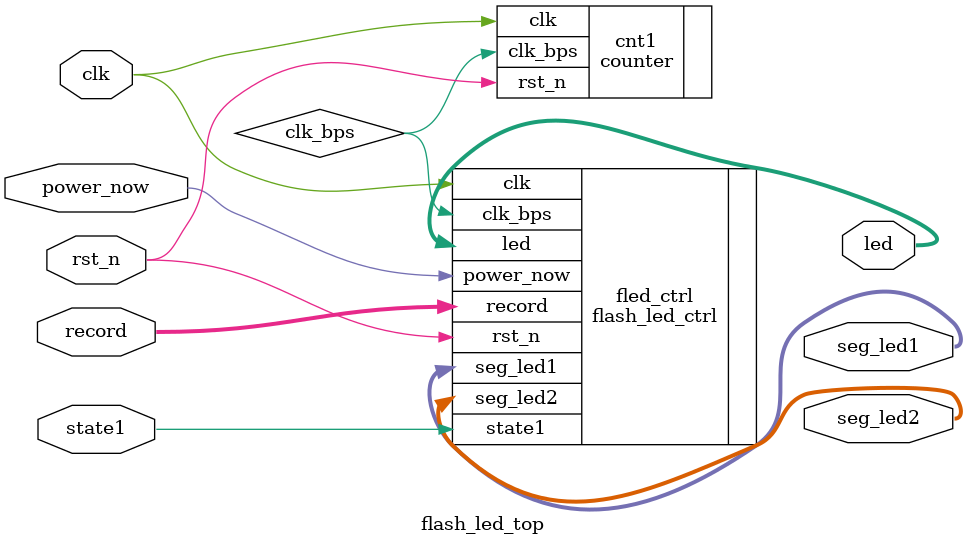
<source format=v>
`timescale 1ns / 1ps


module flash_led_top(//里程显示
    input clk,
    input rst_n,
    input power_now,
    input state1,
    input [26:0] record,
    output  [7:0] led,//八个灯的使能，用流水灯
    output [7:0] seg_led1,
    output [7:0] seg_led2
   
    );
    counter cnt1(.clk(clk),.rst_n(rst_n),.clk_bps(clk_bps));
    flash_led_ctrl fled_ctrl(.clk(clk),
                          .rst_n(rst_n),
                          .clk_bps(clk_bps),
                          .power_now(power_now),
                          .state1(state1),
                          .record(record),
                          .led(led),
                          .seg_led1(seg_led1),
                          .seg_led2(seg_led2));





endmodule

</source>
